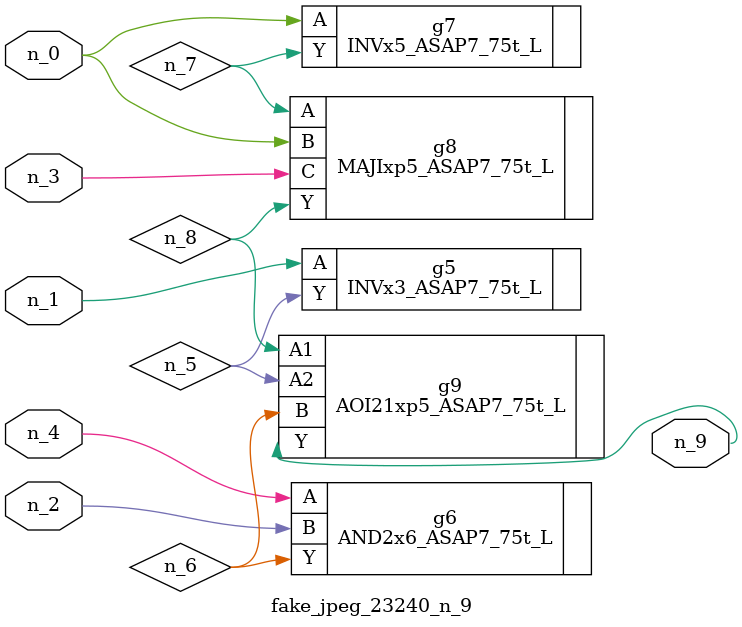
<source format=v>
module fake_jpeg_23240_n_9 (n_3, n_2, n_1, n_0, n_4, n_9);

input n_3;
input n_2;
input n_1;
input n_0;
input n_4;

output n_9;

wire n_8;
wire n_6;
wire n_5;
wire n_7;

INVx3_ASAP7_75t_L g5 ( 
.A(n_1),
.Y(n_5)
);

AND2x6_ASAP7_75t_L g6 ( 
.A(n_4),
.B(n_2),
.Y(n_6)
);

INVx5_ASAP7_75t_L g7 ( 
.A(n_0),
.Y(n_7)
);

MAJIxp5_ASAP7_75t_L g8 ( 
.A(n_7),
.B(n_0),
.C(n_3),
.Y(n_8)
);

AOI21xp5_ASAP7_75t_L g9 ( 
.A1(n_8),
.A2(n_5),
.B(n_6),
.Y(n_9)
);


endmodule
</source>
